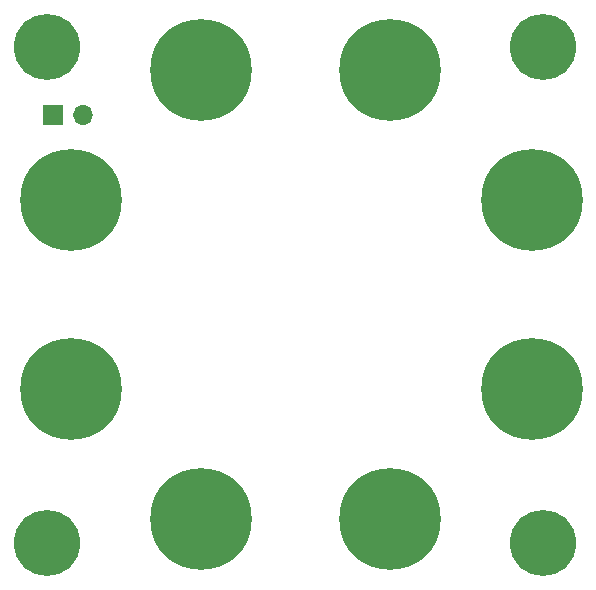
<source format=gbr>
%TF.GenerationSoftware,KiCad,Pcbnew,(6.0.0-rc1-29-g9238b27f63)*%
%TF.CreationDate,2021-12-03T12:51:39+01:00*%
%TF.ProjectId,robolympics_power,726f626f-6c79-46d7-9069-63735f706f77,rev?*%
%TF.SameCoordinates,Original*%
%TF.FileFunction,Soldermask,Top*%
%TF.FilePolarity,Negative*%
%FSLAX46Y46*%
G04 Gerber Fmt 4.6, Leading zero omitted, Abs format (unit mm)*
G04 Created by KiCad (PCBNEW (6.0.0-rc1-29-g9238b27f63)) date 2021-12-03 12:51:39*
%MOMM*%
%LPD*%
G01*
G04 APERTURE LIST*
%ADD10R,1.700000X1.700000*%
%ADD11O,1.700000X1.700000*%
%ADD12C,5.600000*%
%ADD13C,0.900000*%
%ADD14C,8.600000*%
G04 APERTURE END LIST*
D10*
%TO.C,J1*%
X154475000Y-84750000D03*
D11*
X157015000Y-84750000D03*
%TD*%
D12*
%TO.C,H10*%
X154000000Y-79000000D03*
%TD*%
D13*
%TO.C,H3*%
X180719581Y-83280419D03*
X183000000Y-84225000D03*
X179775000Y-81000000D03*
X180719581Y-78719581D03*
D14*
X183000000Y-81000000D03*
D13*
X185280419Y-78719581D03*
X183000000Y-77775000D03*
X186225000Y-81000000D03*
X185280419Y-83280419D03*
%TD*%
%TO.C,H4*%
X164719581Y-83280419D03*
X170225000Y-81000000D03*
X163775000Y-81000000D03*
X169280419Y-83280419D03*
X164719581Y-78719581D03*
X167000000Y-77775000D03*
X169280419Y-78719581D03*
D14*
X167000000Y-81000000D03*
D13*
X167000000Y-84225000D03*
%TD*%
D12*
%TO.C,H12*%
X196000000Y-79000000D03*
%TD*%
D13*
%TO.C,H8*%
X179775000Y-119000000D03*
X183000000Y-122225000D03*
X185280419Y-121280419D03*
X183000000Y-115775000D03*
X186225000Y-119000000D03*
X180719581Y-121280419D03*
D14*
X183000000Y-119000000D03*
D13*
X180719581Y-116719581D03*
X185280419Y-116719581D03*
%TD*%
%TO.C,H5*%
X197280419Y-110280419D03*
X198225000Y-108000000D03*
X195000000Y-104775000D03*
X197280419Y-105719581D03*
X191775000Y-108000000D03*
D14*
X195000000Y-108000000D03*
D13*
X192719581Y-105719581D03*
X195000000Y-111225000D03*
X192719581Y-110280419D03*
%TD*%
D12*
%TO.C,H11*%
X154000000Y-121000000D03*
%TD*%
D13*
%TO.C,H6*%
X159225000Y-108000000D03*
X156000000Y-111225000D03*
X152775000Y-108000000D03*
X158280419Y-110280419D03*
X153719581Y-110280419D03*
X158280419Y-105719581D03*
D14*
X156000000Y-108000000D03*
D13*
X153719581Y-105719581D03*
X156000000Y-104775000D03*
%TD*%
D12*
%TO.C,H9*%
X196000000Y-121000000D03*
%TD*%
D13*
%TO.C,H2*%
X198225000Y-92000000D03*
X192719581Y-94280419D03*
X192719581Y-89719581D03*
X197280419Y-89719581D03*
X195000000Y-88775000D03*
X197280419Y-94280419D03*
X195000000Y-95225000D03*
D14*
X195000000Y-92000000D03*
D13*
X191775000Y-92000000D03*
%TD*%
%TO.C,H1*%
X158280419Y-94280419D03*
X158280419Y-89719581D03*
X152775000Y-92000000D03*
X156000000Y-95225000D03*
D14*
X156000000Y-92000000D03*
D13*
X153719581Y-89719581D03*
X156000000Y-88775000D03*
X153719581Y-94280419D03*
X159225000Y-92000000D03*
%TD*%
%TO.C,H7*%
X169280419Y-116719581D03*
X163775000Y-119000000D03*
X170225000Y-119000000D03*
X169280419Y-121280419D03*
X167000000Y-115775000D03*
X167000000Y-122225000D03*
D14*
X167000000Y-119000000D03*
D13*
X164719581Y-121280419D03*
X164719581Y-116719581D03*
%TD*%
M02*

</source>
